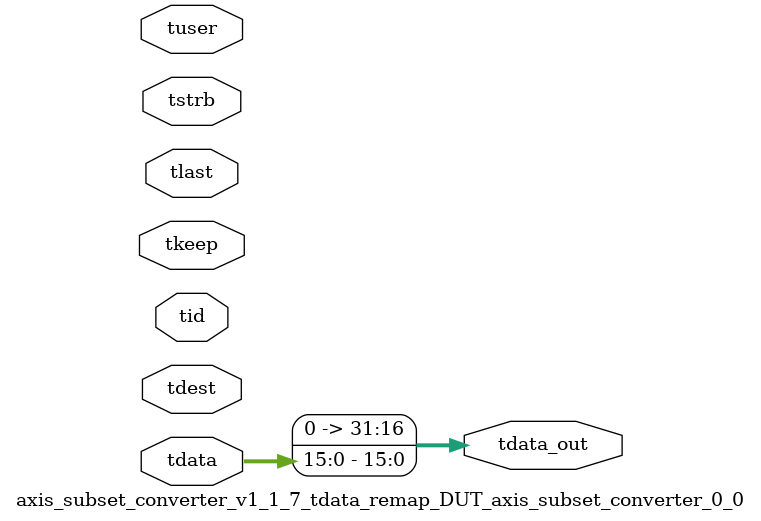
<source format=v>


`timescale 1ps/1ps

module axis_subset_converter_v1_1_7_tdata_remap_DUT_axis_subset_converter_0_0 #
(
parameter C_S_AXIS_TDATA_WIDTH = 32,
parameter C_S_AXIS_TUSER_WIDTH = 0,
parameter C_S_AXIS_TID_WIDTH   = 0,
parameter C_S_AXIS_TDEST_WIDTH = 0,
parameter C_M_AXIS_TDATA_WIDTH = 32
)
(
input  [(C_S_AXIS_TDATA_WIDTH == 0 ? 1 : C_S_AXIS_TDATA_WIDTH)-1:0     ] tdata,
input  [(C_S_AXIS_TUSER_WIDTH == 0 ? 1 : C_S_AXIS_TUSER_WIDTH)-1:0     ] tuser,
input  [(C_S_AXIS_TID_WIDTH   == 0 ? 1 : C_S_AXIS_TID_WIDTH)-1:0       ] tid,
input  [(C_S_AXIS_TDEST_WIDTH == 0 ? 1 : C_S_AXIS_TDEST_WIDTH)-1:0     ] tdest,
input  [(C_S_AXIS_TDATA_WIDTH/8)-1:0 ] tkeep,
input  [(C_S_AXIS_TDATA_WIDTH/8)-1:0 ] tstrb,
input                                                                    tlast,
output [C_M_AXIS_TDATA_WIDTH-1:0] tdata_out
);

assign tdata_out = {tdata[15:0]};

endmodule


</source>
